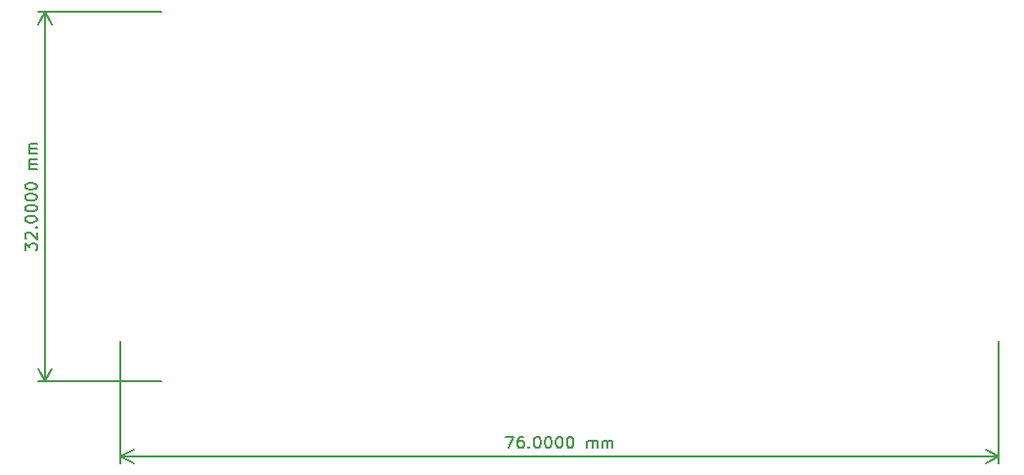
<source format=gbr>
G04 #@! TF.GenerationSoftware,KiCad,Pcbnew,8.0.1*
G04 #@! TF.CreationDate,2024-05-22T20:39:38+03:00*
G04 #@! TF.ProjectId,ESP32-C3_6_pico,45535033-322d-4433-935f-365f7069636f,rev?*
G04 #@! TF.SameCoordinates,Original*
G04 #@! TF.FileFunction,Other,User*
%FSLAX46Y46*%
G04 Gerber Fmt 4.6, Leading zero omitted, Abs format (unit mm)*
G04 Created by KiCad (PCBNEW 8.0.1) date 2024-05-22 20:39:38*
%MOMM*%
%LPD*%
G01*
G04 APERTURE LIST*
%ADD10C,0.150000*%
G04 APERTURE END LIST*
D10*
X103729819Y-104666665D02*
X103729819Y-104047618D01*
X103729819Y-104047618D02*
X104110771Y-104380951D01*
X104110771Y-104380951D02*
X104110771Y-104238094D01*
X104110771Y-104238094D02*
X104158390Y-104142856D01*
X104158390Y-104142856D02*
X104206009Y-104095237D01*
X104206009Y-104095237D02*
X104301247Y-104047618D01*
X104301247Y-104047618D02*
X104539342Y-104047618D01*
X104539342Y-104047618D02*
X104634580Y-104095237D01*
X104634580Y-104095237D02*
X104682200Y-104142856D01*
X104682200Y-104142856D02*
X104729819Y-104238094D01*
X104729819Y-104238094D02*
X104729819Y-104523808D01*
X104729819Y-104523808D02*
X104682200Y-104619046D01*
X104682200Y-104619046D02*
X104634580Y-104666665D01*
X103825057Y-103666665D02*
X103777438Y-103619046D01*
X103777438Y-103619046D02*
X103729819Y-103523808D01*
X103729819Y-103523808D02*
X103729819Y-103285713D01*
X103729819Y-103285713D02*
X103777438Y-103190475D01*
X103777438Y-103190475D02*
X103825057Y-103142856D01*
X103825057Y-103142856D02*
X103920295Y-103095237D01*
X103920295Y-103095237D02*
X104015533Y-103095237D01*
X104015533Y-103095237D02*
X104158390Y-103142856D01*
X104158390Y-103142856D02*
X104729819Y-103714284D01*
X104729819Y-103714284D02*
X104729819Y-103095237D01*
X104634580Y-102666665D02*
X104682200Y-102619046D01*
X104682200Y-102619046D02*
X104729819Y-102666665D01*
X104729819Y-102666665D02*
X104682200Y-102714284D01*
X104682200Y-102714284D02*
X104634580Y-102666665D01*
X104634580Y-102666665D02*
X104729819Y-102666665D01*
X103729819Y-101999999D02*
X103729819Y-101904761D01*
X103729819Y-101904761D02*
X103777438Y-101809523D01*
X103777438Y-101809523D02*
X103825057Y-101761904D01*
X103825057Y-101761904D02*
X103920295Y-101714285D01*
X103920295Y-101714285D02*
X104110771Y-101666666D01*
X104110771Y-101666666D02*
X104348866Y-101666666D01*
X104348866Y-101666666D02*
X104539342Y-101714285D01*
X104539342Y-101714285D02*
X104634580Y-101761904D01*
X104634580Y-101761904D02*
X104682200Y-101809523D01*
X104682200Y-101809523D02*
X104729819Y-101904761D01*
X104729819Y-101904761D02*
X104729819Y-101999999D01*
X104729819Y-101999999D02*
X104682200Y-102095237D01*
X104682200Y-102095237D02*
X104634580Y-102142856D01*
X104634580Y-102142856D02*
X104539342Y-102190475D01*
X104539342Y-102190475D02*
X104348866Y-102238094D01*
X104348866Y-102238094D02*
X104110771Y-102238094D01*
X104110771Y-102238094D02*
X103920295Y-102190475D01*
X103920295Y-102190475D02*
X103825057Y-102142856D01*
X103825057Y-102142856D02*
X103777438Y-102095237D01*
X103777438Y-102095237D02*
X103729819Y-101999999D01*
X103729819Y-101047618D02*
X103729819Y-100952380D01*
X103729819Y-100952380D02*
X103777438Y-100857142D01*
X103777438Y-100857142D02*
X103825057Y-100809523D01*
X103825057Y-100809523D02*
X103920295Y-100761904D01*
X103920295Y-100761904D02*
X104110771Y-100714285D01*
X104110771Y-100714285D02*
X104348866Y-100714285D01*
X104348866Y-100714285D02*
X104539342Y-100761904D01*
X104539342Y-100761904D02*
X104634580Y-100809523D01*
X104634580Y-100809523D02*
X104682200Y-100857142D01*
X104682200Y-100857142D02*
X104729819Y-100952380D01*
X104729819Y-100952380D02*
X104729819Y-101047618D01*
X104729819Y-101047618D02*
X104682200Y-101142856D01*
X104682200Y-101142856D02*
X104634580Y-101190475D01*
X104634580Y-101190475D02*
X104539342Y-101238094D01*
X104539342Y-101238094D02*
X104348866Y-101285713D01*
X104348866Y-101285713D02*
X104110771Y-101285713D01*
X104110771Y-101285713D02*
X103920295Y-101238094D01*
X103920295Y-101238094D02*
X103825057Y-101190475D01*
X103825057Y-101190475D02*
X103777438Y-101142856D01*
X103777438Y-101142856D02*
X103729819Y-101047618D01*
X103729819Y-100095237D02*
X103729819Y-99999999D01*
X103729819Y-99999999D02*
X103777438Y-99904761D01*
X103777438Y-99904761D02*
X103825057Y-99857142D01*
X103825057Y-99857142D02*
X103920295Y-99809523D01*
X103920295Y-99809523D02*
X104110771Y-99761904D01*
X104110771Y-99761904D02*
X104348866Y-99761904D01*
X104348866Y-99761904D02*
X104539342Y-99809523D01*
X104539342Y-99809523D02*
X104634580Y-99857142D01*
X104634580Y-99857142D02*
X104682200Y-99904761D01*
X104682200Y-99904761D02*
X104729819Y-99999999D01*
X104729819Y-99999999D02*
X104729819Y-100095237D01*
X104729819Y-100095237D02*
X104682200Y-100190475D01*
X104682200Y-100190475D02*
X104634580Y-100238094D01*
X104634580Y-100238094D02*
X104539342Y-100285713D01*
X104539342Y-100285713D02*
X104348866Y-100333332D01*
X104348866Y-100333332D02*
X104110771Y-100333332D01*
X104110771Y-100333332D02*
X103920295Y-100285713D01*
X103920295Y-100285713D02*
X103825057Y-100238094D01*
X103825057Y-100238094D02*
X103777438Y-100190475D01*
X103777438Y-100190475D02*
X103729819Y-100095237D01*
X103729819Y-99142856D02*
X103729819Y-99047618D01*
X103729819Y-99047618D02*
X103777438Y-98952380D01*
X103777438Y-98952380D02*
X103825057Y-98904761D01*
X103825057Y-98904761D02*
X103920295Y-98857142D01*
X103920295Y-98857142D02*
X104110771Y-98809523D01*
X104110771Y-98809523D02*
X104348866Y-98809523D01*
X104348866Y-98809523D02*
X104539342Y-98857142D01*
X104539342Y-98857142D02*
X104634580Y-98904761D01*
X104634580Y-98904761D02*
X104682200Y-98952380D01*
X104682200Y-98952380D02*
X104729819Y-99047618D01*
X104729819Y-99047618D02*
X104729819Y-99142856D01*
X104729819Y-99142856D02*
X104682200Y-99238094D01*
X104682200Y-99238094D02*
X104634580Y-99285713D01*
X104634580Y-99285713D02*
X104539342Y-99333332D01*
X104539342Y-99333332D02*
X104348866Y-99380951D01*
X104348866Y-99380951D02*
X104110771Y-99380951D01*
X104110771Y-99380951D02*
X103920295Y-99333332D01*
X103920295Y-99333332D02*
X103825057Y-99285713D01*
X103825057Y-99285713D02*
X103777438Y-99238094D01*
X103777438Y-99238094D02*
X103729819Y-99142856D01*
X104729819Y-97619046D02*
X104063152Y-97619046D01*
X104158390Y-97619046D02*
X104110771Y-97571427D01*
X104110771Y-97571427D02*
X104063152Y-97476189D01*
X104063152Y-97476189D02*
X104063152Y-97333332D01*
X104063152Y-97333332D02*
X104110771Y-97238094D01*
X104110771Y-97238094D02*
X104206009Y-97190475D01*
X104206009Y-97190475D02*
X104729819Y-97190475D01*
X104206009Y-97190475D02*
X104110771Y-97142856D01*
X104110771Y-97142856D02*
X104063152Y-97047618D01*
X104063152Y-97047618D02*
X104063152Y-96904761D01*
X104063152Y-96904761D02*
X104110771Y-96809522D01*
X104110771Y-96809522D02*
X104206009Y-96761903D01*
X104206009Y-96761903D02*
X104729819Y-96761903D01*
X104729819Y-96285713D02*
X104063152Y-96285713D01*
X104158390Y-96285713D02*
X104110771Y-96238094D01*
X104110771Y-96238094D02*
X104063152Y-96142856D01*
X104063152Y-96142856D02*
X104063152Y-95999999D01*
X104063152Y-95999999D02*
X104110771Y-95904761D01*
X104110771Y-95904761D02*
X104206009Y-95857142D01*
X104206009Y-95857142D02*
X104729819Y-95857142D01*
X104206009Y-95857142D02*
X104110771Y-95809523D01*
X104110771Y-95809523D02*
X104063152Y-95714285D01*
X104063152Y-95714285D02*
X104063152Y-95571428D01*
X104063152Y-95571428D02*
X104110771Y-95476189D01*
X104110771Y-95476189D02*
X104206009Y-95428570D01*
X104206009Y-95428570D02*
X104729819Y-95428570D01*
X115500000Y-84000000D02*
X104838580Y-84000000D01*
X115500000Y-116000000D02*
X104838580Y-116000000D01*
X105425000Y-84000000D02*
X105425000Y-116000000D01*
X105425000Y-84000000D02*
X105425000Y-116000000D01*
X105425000Y-84000000D02*
X106011421Y-85126504D01*
X105425000Y-84000000D02*
X104838579Y-85126504D01*
X105425000Y-116000000D02*
X104838579Y-114873496D01*
X105425000Y-116000000D02*
X106011421Y-114873496D01*
X145333334Y-120779818D02*
X146000000Y-120779818D01*
X146000000Y-120779818D02*
X145571429Y-121779818D01*
X146809524Y-120779818D02*
X146619048Y-120779818D01*
X146619048Y-120779818D02*
X146523810Y-120827437D01*
X146523810Y-120827437D02*
X146476191Y-120875056D01*
X146476191Y-120875056D02*
X146380953Y-121017913D01*
X146380953Y-121017913D02*
X146333334Y-121208389D01*
X146333334Y-121208389D02*
X146333334Y-121589341D01*
X146333334Y-121589341D02*
X146380953Y-121684579D01*
X146380953Y-121684579D02*
X146428572Y-121732199D01*
X146428572Y-121732199D02*
X146523810Y-121779818D01*
X146523810Y-121779818D02*
X146714286Y-121779818D01*
X146714286Y-121779818D02*
X146809524Y-121732199D01*
X146809524Y-121732199D02*
X146857143Y-121684579D01*
X146857143Y-121684579D02*
X146904762Y-121589341D01*
X146904762Y-121589341D02*
X146904762Y-121351246D01*
X146904762Y-121351246D02*
X146857143Y-121256008D01*
X146857143Y-121256008D02*
X146809524Y-121208389D01*
X146809524Y-121208389D02*
X146714286Y-121160770D01*
X146714286Y-121160770D02*
X146523810Y-121160770D01*
X146523810Y-121160770D02*
X146428572Y-121208389D01*
X146428572Y-121208389D02*
X146380953Y-121256008D01*
X146380953Y-121256008D02*
X146333334Y-121351246D01*
X147333334Y-121684579D02*
X147380953Y-121732199D01*
X147380953Y-121732199D02*
X147333334Y-121779818D01*
X147333334Y-121779818D02*
X147285715Y-121732199D01*
X147285715Y-121732199D02*
X147333334Y-121684579D01*
X147333334Y-121684579D02*
X147333334Y-121779818D01*
X148000000Y-120779818D02*
X148095238Y-120779818D01*
X148095238Y-120779818D02*
X148190476Y-120827437D01*
X148190476Y-120827437D02*
X148238095Y-120875056D01*
X148238095Y-120875056D02*
X148285714Y-120970294D01*
X148285714Y-120970294D02*
X148333333Y-121160770D01*
X148333333Y-121160770D02*
X148333333Y-121398865D01*
X148333333Y-121398865D02*
X148285714Y-121589341D01*
X148285714Y-121589341D02*
X148238095Y-121684579D01*
X148238095Y-121684579D02*
X148190476Y-121732199D01*
X148190476Y-121732199D02*
X148095238Y-121779818D01*
X148095238Y-121779818D02*
X148000000Y-121779818D01*
X148000000Y-121779818D02*
X147904762Y-121732199D01*
X147904762Y-121732199D02*
X147857143Y-121684579D01*
X147857143Y-121684579D02*
X147809524Y-121589341D01*
X147809524Y-121589341D02*
X147761905Y-121398865D01*
X147761905Y-121398865D02*
X147761905Y-121160770D01*
X147761905Y-121160770D02*
X147809524Y-120970294D01*
X147809524Y-120970294D02*
X147857143Y-120875056D01*
X147857143Y-120875056D02*
X147904762Y-120827437D01*
X147904762Y-120827437D02*
X148000000Y-120779818D01*
X148952381Y-120779818D02*
X149047619Y-120779818D01*
X149047619Y-120779818D02*
X149142857Y-120827437D01*
X149142857Y-120827437D02*
X149190476Y-120875056D01*
X149190476Y-120875056D02*
X149238095Y-120970294D01*
X149238095Y-120970294D02*
X149285714Y-121160770D01*
X149285714Y-121160770D02*
X149285714Y-121398865D01*
X149285714Y-121398865D02*
X149238095Y-121589341D01*
X149238095Y-121589341D02*
X149190476Y-121684579D01*
X149190476Y-121684579D02*
X149142857Y-121732199D01*
X149142857Y-121732199D02*
X149047619Y-121779818D01*
X149047619Y-121779818D02*
X148952381Y-121779818D01*
X148952381Y-121779818D02*
X148857143Y-121732199D01*
X148857143Y-121732199D02*
X148809524Y-121684579D01*
X148809524Y-121684579D02*
X148761905Y-121589341D01*
X148761905Y-121589341D02*
X148714286Y-121398865D01*
X148714286Y-121398865D02*
X148714286Y-121160770D01*
X148714286Y-121160770D02*
X148761905Y-120970294D01*
X148761905Y-120970294D02*
X148809524Y-120875056D01*
X148809524Y-120875056D02*
X148857143Y-120827437D01*
X148857143Y-120827437D02*
X148952381Y-120779818D01*
X149904762Y-120779818D02*
X150000000Y-120779818D01*
X150000000Y-120779818D02*
X150095238Y-120827437D01*
X150095238Y-120827437D02*
X150142857Y-120875056D01*
X150142857Y-120875056D02*
X150190476Y-120970294D01*
X150190476Y-120970294D02*
X150238095Y-121160770D01*
X150238095Y-121160770D02*
X150238095Y-121398865D01*
X150238095Y-121398865D02*
X150190476Y-121589341D01*
X150190476Y-121589341D02*
X150142857Y-121684579D01*
X150142857Y-121684579D02*
X150095238Y-121732199D01*
X150095238Y-121732199D02*
X150000000Y-121779818D01*
X150000000Y-121779818D02*
X149904762Y-121779818D01*
X149904762Y-121779818D02*
X149809524Y-121732199D01*
X149809524Y-121732199D02*
X149761905Y-121684579D01*
X149761905Y-121684579D02*
X149714286Y-121589341D01*
X149714286Y-121589341D02*
X149666667Y-121398865D01*
X149666667Y-121398865D02*
X149666667Y-121160770D01*
X149666667Y-121160770D02*
X149714286Y-120970294D01*
X149714286Y-120970294D02*
X149761905Y-120875056D01*
X149761905Y-120875056D02*
X149809524Y-120827437D01*
X149809524Y-120827437D02*
X149904762Y-120779818D01*
X150857143Y-120779818D02*
X150952381Y-120779818D01*
X150952381Y-120779818D02*
X151047619Y-120827437D01*
X151047619Y-120827437D02*
X151095238Y-120875056D01*
X151095238Y-120875056D02*
X151142857Y-120970294D01*
X151142857Y-120970294D02*
X151190476Y-121160770D01*
X151190476Y-121160770D02*
X151190476Y-121398865D01*
X151190476Y-121398865D02*
X151142857Y-121589341D01*
X151142857Y-121589341D02*
X151095238Y-121684579D01*
X151095238Y-121684579D02*
X151047619Y-121732199D01*
X151047619Y-121732199D02*
X150952381Y-121779818D01*
X150952381Y-121779818D02*
X150857143Y-121779818D01*
X150857143Y-121779818D02*
X150761905Y-121732199D01*
X150761905Y-121732199D02*
X150714286Y-121684579D01*
X150714286Y-121684579D02*
X150666667Y-121589341D01*
X150666667Y-121589341D02*
X150619048Y-121398865D01*
X150619048Y-121398865D02*
X150619048Y-121160770D01*
X150619048Y-121160770D02*
X150666667Y-120970294D01*
X150666667Y-120970294D02*
X150714286Y-120875056D01*
X150714286Y-120875056D02*
X150761905Y-120827437D01*
X150761905Y-120827437D02*
X150857143Y-120779818D01*
X152380953Y-121779818D02*
X152380953Y-121113151D01*
X152380953Y-121208389D02*
X152428572Y-121160770D01*
X152428572Y-121160770D02*
X152523810Y-121113151D01*
X152523810Y-121113151D02*
X152666667Y-121113151D01*
X152666667Y-121113151D02*
X152761905Y-121160770D01*
X152761905Y-121160770D02*
X152809524Y-121256008D01*
X152809524Y-121256008D02*
X152809524Y-121779818D01*
X152809524Y-121256008D02*
X152857143Y-121160770D01*
X152857143Y-121160770D02*
X152952381Y-121113151D01*
X152952381Y-121113151D02*
X153095238Y-121113151D01*
X153095238Y-121113151D02*
X153190477Y-121160770D01*
X153190477Y-121160770D02*
X153238096Y-121256008D01*
X153238096Y-121256008D02*
X153238096Y-121779818D01*
X153714286Y-121779818D02*
X153714286Y-121113151D01*
X153714286Y-121208389D02*
X153761905Y-121160770D01*
X153761905Y-121160770D02*
X153857143Y-121113151D01*
X153857143Y-121113151D02*
X154000000Y-121113151D01*
X154000000Y-121113151D02*
X154095238Y-121160770D01*
X154095238Y-121160770D02*
X154142857Y-121256008D01*
X154142857Y-121256008D02*
X154142857Y-121779818D01*
X154142857Y-121256008D02*
X154190476Y-121160770D01*
X154190476Y-121160770D02*
X154285714Y-121113151D01*
X154285714Y-121113151D02*
X154428571Y-121113151D01*
X154428571Y-121113151D02*
X154523810Y-121160770D01*
X154523810Y-121160770D02*
X154571429Y-121256008D01*
X154571429Y-121256008D02*
X154571429Y-121779818D01*
X112000000Y-112500000D02*
X112000000Y-123061419D01*
X188000000Y-112500000D02*
X188000000Y-123061419D01*
X112000000Y-122474999D02*
X188000000Y-122474999D01*
X112000000Y-122474999D02*
X188000000Y-122474999D01*
X112000000Y-122474999D02*
X113126504Y-121888578D01*
X112000000Y-122474999D02*
X113126504Y-123061420D01*
X188000000Y-122474999D02*
X186873496Y-123061420D01*
X188000000Y-122474999D02*
X186873496Y-121888578D01*
M02*

</source>
